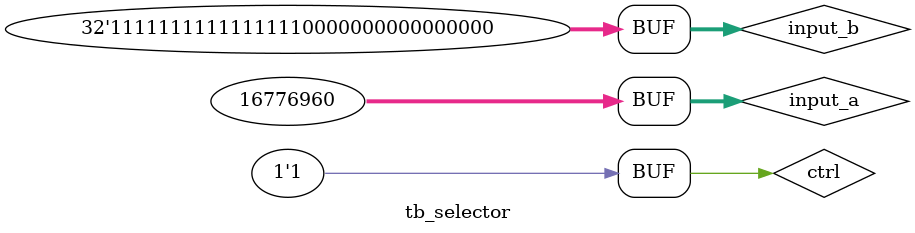
<source format=v>
`timescale 1ps/1ps
module tb_selector();
    reg[31:0] input_a, input_b;
    reg ctrl;

    wire[31:0] out;

    selector sel(
        .input_a(input_a),
        .input_b(input_b),
        .ctrl(ctrl),
        .out(out)
    );

    initial begin
        $dumpfile("tb_selector.vcd");
        $dumpvars(0, sel);
        $monitor("input_a = %x, input_b = %x, crtl = %d, out = %x", input_a, input_b, ctrl, out);
    end

    initial begin
        #0  input_a = 32'h0000ffff;
            input_b = 32'hffff0000;
            ctrl = 0;
        #10
            ctrl = 1;
        #10 input_a = 32'h00ffff00;
        #10 ctrl = 0;
        #10 ctrl = 1;
    end

endmodule
</source>
